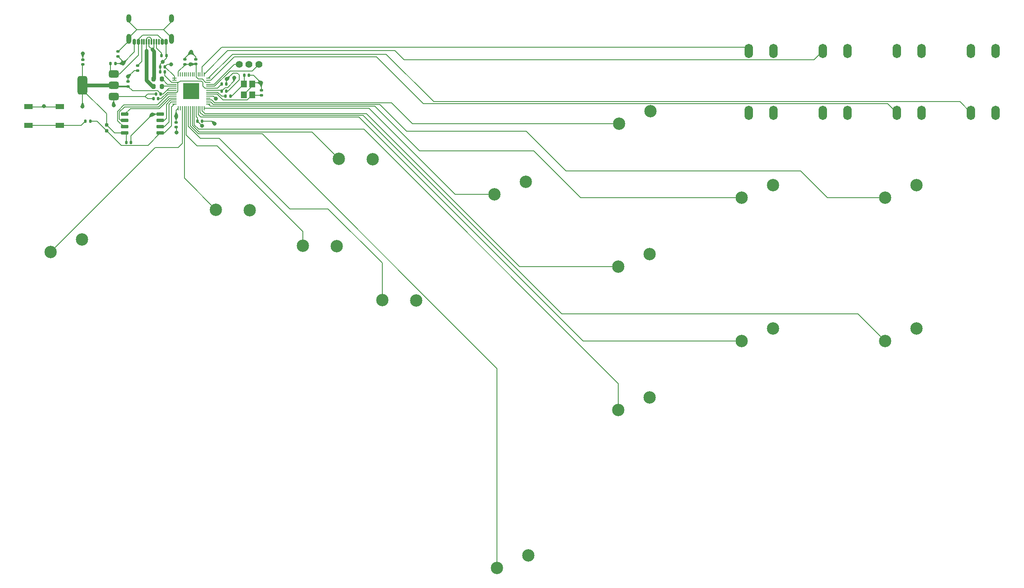
<source format=gbr>
%TF.GenerationSoftware,KiCad,Pcbnew,8.0.4*%
%TF.CreationDate,2024-07-22T23:57:25-07:00*%
%TF.ProjectId,leverless_controlller,6c657665-726c-4657-9373-5f636f6e7472,rev?*%
%TF.SameCoordinates,Original*%
%TF.FileFunction,Copper,L1,Top*%
%TF.FilePolarity,Positive*%
%FSLAX46Y46*%
G04 Gerber Fmt 4.6, Leading zero omitted, Abs format (unit mm)*
G04 Created by KiCad (PCBNEW 8.0.4) date 2024-07-22 23:57:25*
%MOMM*%
%LPD*%
G01*
G04 APERTURE LIST*
G04 Aperture macros list*
%AMRoundRect*
0 Rectangle with rounded corners*
0 $1 Rounding radius*
0 $2 $3 $4 $5 $6 $7 $8 $9 X,Y pos of 4 corners*
0 Add a 4 corners polygon primitive as box body*
4,1,4,$2,$3,$4,$5,$6,$7,$8,$9,$2,$3,0*
0 Add four circle primitives for the rounded corners*
1,1,$1+$1,$2,$3*
1,1,$1+$1,$4,$5*
1,1,$1+$1,$6,$7*
1,1,$1+$1,$8,$9*
0 Add four rect primitives between the rounded corners*
20,1,$1+$1,$2,$3,$4,$5,0*
20,1,$1+$1,$4,$5,$6,$7,0*
20,1,$1+$1,$6,$7,$8,$9,0*
20,1,$1+$1,$8,$9,$2,$3,0*%
G04 Aperture macros list end*
%TA.AperFunction,SMDPad,CuDef*%
%ADD10RoundRect,0.140000X-0.140000X-0.170000X0.140000X-0.170000X0.140000X0.170000X-0.140000X0.170000X0*%
%TD*%
%TA.AperFunction,ComponentPad*%
%ADD11C,2.500000*%
%TD*%
%TA.AperFunction,ComponentPad*%
%ADD12C,0.600000*%
%TD*%
%TA.AperFunction,SMDPad,CuDef*%
%ADD13R,1.200000X1.400000*%
%TD*%
%TA.AperFunction,SMDPad,CuDef*%
%ADD14RoundRect,0.140000X0.140000X0.170000X-0.140000X0.170000X-0.140000X-0.170000X0.140000X-0.170000X0*%
%TD*%
%TA.AperFunction,ComponentPad*%
%ADD15O,1.700000X2.900000*%
%TD*%
%TA.AperFunction,SMDPad,CuDef*%
%ADD16R,1.700000X1.000000*%
%TD*%
%TA.AperFunction,SMDPad,CuDef*%
%ADD17RoundRect,0.135000X0.135000X0.185000X-0.135000X0.185000X-0.135000X-0.185000X0.135000X-0.185000X0*%
%TD*%
%TA.AperFunction,SMDPad,CuDef*%
%ADD18RoundRect,0.140000X0.170000X-0.140000X0.170000X0.140000X-0.170000X0.140000X-0.170000X-0.140000X0*%
%TD*%
%TA.AperFunction,SMDPad,CuDef*%
%ADD19RoundRect,0.135000X-0.135000X-0.185000X0.135000X-0.185000X0.135000X0.185000X-0.135000X0.185000X0*%
%TD*%
%TA.AperFunction,SMDPad,CuDef*%
%ADD20RoundRect,0.135000X-0.185000X0.135000X-0.185000X-0.135000X0.185000X-0.135000X0.185000X0.135000X0*%
%TD*%
%TA.AperFunction,SMDPad,CuDef*%
%ADD21RoundRect,0.375000X0.625000X0.375000X-0.625000X0.375000X-0.625000X-0.375000X0.625000X-0.375000X0*%
%TD*%
%TA.AperFunction,SMDPad,CuDef*%
%ADD22RoundRect,0.500000X0.500000X1.400000X-0.500000X1.400000X-0.500000X-1.400000X0.500000X-1.400000X0*%
%TD*%
%TA.AperFunction,ComponentPad*%
%ADD23C,1.400000*%
%TD*%
%TA.AperFunction,SMDPad,CuDef*%
%ADD24RoundRect,0.140000X-0.170000X0.140000X-0.170000X-0.140000X0.170000X-0.140000X0.170000X0.140000X0*%
%TD*%
%TA.AperFunction,SMDPad,CuDef*%
%ADD25RoundRect,0.200000X-0.200000X-0.275000X0.200000X-0.275000X0.200000X0.275000X-0.200000X0.275000X0*%
%TD*%
%TA.AperFunction,SMDPad,CuDef*%
%ADD26RoundRect,0.160000X-0.160000X0.197500X-0.160000X-0.197500X0.160000X-0.197500X0.160000X0.197500X0*%
%TD*%
%TA.AperFunction,SMDPad,CuDef*%
%ADD27RoundRect,0.050000X0.050000X-0.387500X0.050000X0.387500X-0.050000X0.387500X-0.050000X-0.387500X0*%
%TD*%
%TA.AperFunction,SMDPad,CuDef*%
%ADD28RoundRect,0.050000X0.387500X-0.050000X0.387500X0.050000X-0.387500X0.050000X-0.387500X-0.050000X0*%
%TD*%
%TA.AperFunction,HeatsinkPad*%
%ADD29R,3.200000X3.200000*%
%TD*%
%TA.AperFunction,SMDPad,CuDef*%
%ADD30RoundRect,0.150000X0.150000X0.420000X-0.150000X0.420000X-0.150000X-0.420000X0.150000X-0.420000X0*%
%TD*%
%TA.AperFunction,SMDPad,CuDef*%
%ADD31RoundRect,0.075000X0.075000X0.495000X-0.075000X0.495000X-0.075000X-0.495000X0.075000X-0.495000X0*%
%TD*%
%TA.AperFunction,ComponentPad*%
%ADD32O,1.000000X2.000000*%
%TD*%
%TA.AperFunction,ComponentPad*%
%ADD33O,1.000000X1.700000*%
%TD*%
%TA.AperFunction,SMDPad,CuDef*%
%ADD34RoundRect,0.150000X0.650000X0.150000X-0.650000X0.150000X-0.650000X-0.150000X0.650000X-0.150000X0*%
%TD*%
%TA.AperFunction,ViaPad*%
%ADD35C,0.800000*%
%TD*%
%TA.AperFunction,Conductor*%
%ADD36C,0.150000*%
%TD*%
%TA.AperFunction,Conductor*%
%ADD37C,0.200000*%
%TD*%
%TA.AperFunction,Conductor*%
%ADD38C,0.800000*%
%TD*%
%TA.AperFunction,Conductor*%
%ADD39C,0.300000*%
%TD*%
G04 APERTURE END LIST*
D10*
%TO.P,C1,1*%
%TO.N,VBUS*%
X68361000Y-31252000D03*
%TO.P,C1,2*%
%TO.N,GND*%
X69321000Y-31252000D03*
%TD*%
D11*
%TO.P,SW9_HK1,1,1*%
%TO.N,R2*%
X225093943Y-87460000D03*
%TO.P,SW9_HK1,2,2*%
%TO.N,GND*%
X231443943Y-84920000D03*
%TD*%
D12*
%TO.P,,57,GND*%
%TO.N,GND*%
X83700000Y-36840000D03*
%TD*%
D13*
%TO.P,Y1,1,1*%
%TO.N,/Main/XIN*%
X96996000Y-37630000D03*
%TO.P,Y1,2,2*%
%TO.N,GND*%
X96996000Y-35430000D03*
%TO.P,Y1,3,3*%
%TO.N,Net-(C4-Pad2)*%
X95296000Y-35430000D03*
%TO.P,Y1,4,4*%
%TO.N,GND*%
X95296000Y-37630000D03*
%TD*%
D14*
%TO.P,C9,1*%
%TO.N,+1V1*%
X77978750Y-38430000D03*
%TO.P,C9,2*%
%TO.N,GND*%
X77018750Y-38430000D03*
%TD*%
D12*
%TO.P,,57,GND*%
%TO.N,GND*%
X85732000Y-36840000D03*
%TD*%
D14*
%TO.P,C7,1*%
%TO.N,+3.3V*%
X79360000Y-31930000D03*
%TO.P,C7,2*%
%TO.N,GND*%
X78400000Y-31930000D03*
%TD*%
D15*
%TO.P,SW11_START1,1,1*%
%TO.N,S2*%
X197500000Y-41250000D03*
X197500000Y-28750000D03*
%TO.P,SW11_START1,2,2*%
%TO.N,GND*%
X202500000Y-41250000D03*
X202500000Y-28750000D03*
%TD*%
D10*
%TO.P,C8,1*%
%TO.N,+1V1*%
X90840000Y-35430000D03*
%TO.P,C8,2*%
%TO.N,GND*%
X91800000Y-35430000D03*
%TD*%
D16*
%TO.P,SW1,1,1*%
%TO.N,GND*%
X51755000Y-40030000D03*
X58055000Y-40030000D03*
%TO.P,SW1,2,2*%
%TO.N,Net-(R5-Pad1)*%
X51755000Y-43830000D03*
X58055000Y-43830000D03*
%TD*%
D12*
%TO.P,,57,GND*%
%TO.N,GND*%
X85732000Y-35824000D03*
%TD*%
%TO.P,,57,GND*%
%TO.N,GND*%
X85732000Y-37856000D03*
%TD*%
D17*
%TO.P,R4,1*%
%TO.N,Net-(C4-Pad2)*%
X92590000Y-37856000D03*
%TO.P,R4,2*%
%TO.N,/Main/XOUT*%
X91570000Y-37856000D03*
%TD*%
D18*
%TO.P,C15,1*%
%TO.N,+3.3V*%
X85630000Y-31390000D03*
%TO.P,C15,2*%
%TO.N,GND*%
X85630000Y-30430000D03*
%TD*%
D19*
%TO.P,R5,1*%
%TO.N,Net-(R5-Pad1)*%
X63251000Y-42936000D03*
%TO.P,R5,2*%
%TO.N,/Main/QSPI_SS*%
X64271000Y-42936000D03*
%TD*%
D20*
%TO.P,R2,1*%
%TO.N,Net-(J1-CC2)*%
X73822000Y-31668000D03*
%TO.P,R2,2*%
%TO.N,GND*%
X73822000Y-32688000D03*
%TD*%
D11*
%TO.P,SW20_RIGHT1,1,1*%
%TO.N,RIGHT*%
X123355978Y-79195322D03*
%TO.P,SW20_RIGHT1,2,2*%
%TO.N,GND*%
X130194629Y-79278708D03*
%TD*%
%TO.P,SW18_DOWN1,1,1*%
%TO.N,DOWN*%
X107286807Y-68209684D03*
%TO.P,SW18_DOWN1,2,2*%
%TO.N,GND*%
X114125458Y-68293070D03*
%TD*%
D21*
%TO.P,U2,1,GND*%
%TO.N,GND*%
X68972000Y-37978000D03*
%TO.P,U2,2,VO*%
%TO.N,+3.3V*%
X68972000Y-35678000D03*
D22*
X62672000Y-35678000D03*
D21*
%TO.P,U2,3,VI*%
%TO.N,VBUS*%
X68972000Y-33378000D03*
%TD*%
D23*
%TO.P,J2,1,Pin_1*%
%TO.N,/Main/SWCLK*%
X98380000Y-31430000D03*
%TO.P,J2,2,Pin_2*%
%TO.N,GND*%
X96380000Y-31430000D03*
%TO.P,J2,3,Pin_3*%
%TO.N,/Main/SWDIO*%
X94380000Y-31430000D03*
%TD*%
D11*
%TO.P,SW17_W1,1,1*%
%TO.N,W*%
X114576926Y-50609779D03*
%TO.P,SW17_W1,2,2*%
%TO.N,GND*%
X121415577Y-50693165D03*
%TD*%
D18*
%TO.P,C16,1*%
%TO.N,+3.3V*%
X83380000Y-31410000D03*
%TO.P,C16,2*%
%TO.N,GND*%
X83380000Y-30450000D03*
%TD*%
D11*
%TO.P,SW3_MK1,1,1*%
%TO.N,B2*%
X196093943Y-87460000D03*
%TO.P,SW3_MK1,2,2*%
%TO.N,GND*%
X202443943Y-84920000D03*
%TD*%
D14*
%TO.P,C10,1*%
%TO.N,+3.3V*%
X78478750Y-37430000D03*
%TO.P,C10,2*%
%TO.N,GND*%
X77518750Y-37430000D03*
%TD*%
D18*
%TO.P,C2,1*%
%TO.N,+3.3V*%
X62745000Y-31478000D03*
%TO.P,C2,2*%
%TO.N,GND*%
X62745000Y-30518000D03*
%TD*%
D14*
%TO.P,C6,1*%
%TO.N,+1V1*%
X79360000Y-32930000D03*
%TO.P,C6,2*%
%TO.N,GND*%
X78400000Y-32930000D03*
%TD*%
D24*
%TO.P,C12,1*%
%TO.N,+3.3V*%
X81630000Y-43200000D03*
%TO.P,C12,2*%
%TO.N,GND*%
X81630000Y-44160000D03*
%TD*%
D11*
%TO.P,SW2_LK1,1,1*%
%TO.N,B1*%
X171093943Y-101460000D03*
%TO.P,SW2_LK1,2,2*%
%TO.N,GND*%
X177443943Y-98920000D03*
%TD*%
%TO.P,SW8_DP1,1,1*%
%TO.N,L2*%
X56190000Y-69451696D03*
%TO.P,SW8_DP1,2,2*%
%TO.N,GND*%
X62540000Y-66911696D03*
%TD*%
%TO.P,SW12_THROW1,2,2*%
%TO.N,GND*%
X152420000Y-55250000D03*
%TO.P,SW12_THROW1,1,1*%
%TO.N,L3*%
X146070000Y-57790000D03*
%TD*%
D24*
%TO.P,C3,1*%
%TO.N,GND*%
X98852000Y-36728000D03*
%TO.P,C3,2*%
%TO.N,/Main/XIN*%
X98852000Y-37688000D03*
%TD*%
D12*
%TO.P,,57,GND*%
%TO.N,GND*%
X84716000Y-37856000D03*
%TD*%
D25*
%TO.P,R7,1*%
%TO.N,/Main/D-*%
X77055000Y-34430000D03*
%TO.P,R7,2*%
%TO.N,Net-(U1-USB_DM)*%
X78705000Y-34430000D03*
%TD*%
D12*
%TO.P,,57,GND*%
%TO.N,GND*%
X84716000Y-35824000D03*
%TD*%
D26*
%TO.P,R6,1*%
%TO.N,+3.3V*%
X67571000Y-43735500D03*
%TO.P,R6,2*%
%TO.N,/Main/QSPI_SS*%
X67571000Y-44930500D03*
%TD*%
D12*
%TO.P,,57,GND*%
%TO.N,GND*%
X84716000Y-36840000D03*
%TD*%
D10*
%TO.P,C5,1*%
%TO.N,+3.3V*%
X71536000Y-47254000D03*
%TO.P,C5,2*%
%TO.N,GND*%
X72496000Y-47254000D03*
%TD*%
%TO.P,C13,1*%
%TO.N,+3.3V*%
X85900000Y-42930000D03*
%TO.P,C13,2*%
%TO.N,GND*%
X86860000Y-42930000D03*
%TD*%
D27*
%TO.P,U1,1,IOVDD*%
%TO.N,+3.3V*%
X82078000Y-40315500D03*
%TO.P,U1,2,GPIO0*%
%TO.N,unconnected-(U1-GPIO0-Pad2)*%
X82478000Y-40315500D03*
%TO.P,U1,3,GPIO1*%
%TO.N,L2*%
X82878000Y-40315500D03*
%TO.P,U1,4,GPIO2*%
%TO.N,LEFT*%
X83278000Y-40315500D03*
%TO.P,U1,5,GPIO3*%
%TO.N,DOWN*%
X83678000Y-40315500D03*
%TO.P,U1,6,GPIO4*%
%TO.N,RIGHT*%
X84078000Y-40315500D03*
%TO.P,U1,7,GPIO5*%
%TO.N,SPACE*%
X84478000Y-40315500D03*
%TO.P,U1,8,GPIO6*%
%TO.N,W*%
X84878000Y-40315500D03*
%TO.P,U1,9,GPIO7*%
%TO.N,B1*%
X85278000Y-40315500D03*
%TO.P,U1,10,IOVDD*%
%TO.N,+3.3V*%
X85678000Y-40315500D03*
%TO.P,U1,11,GPIO8*%
%TO.N,B2*%
X86078000Y-40315500D03*
%TO.P,U1,12,GPIO9*%
%TO.N,R2*%
X86478000Y-40315500D03*
%TO.P,U1,13,GPIO10*%
%TO.N,B3*%
X86878000Y-40315500D03*
%TO.P,U1,14,GPIO11*%
%TO.N,L3*%
X87278000Y-40315500D03*
D28*
%TO.P,U1,15,GPIO12*%
%TO.N,B4*%
X88115500Y-39478000D03*
%TO.P,U1,16,GPIO13*%
%TO.N,R1*%
X88115500Y-39078000D03*
%TO.P,U1,17,GPIO14*%
%TO.N,L1*%
X88115500Y-38678000D03*
%TO.P,U1,18,GPIO15*%
%TO.N,unconnected-(U1-GPIO15-Pad18)*%
X88115500Y-38278000D03*
%TO.P,U1,19,TESTEN*%
%TO.N,GND*%
X88115500Y-37878000D03*
%TO.P,U1,20,XIN*%
%TO.N,/Main/XIN*%
X88115500Y-37478000D03*
%TO.P,U1,21,XOUT*%
%TO.N,/Main/XOUT*%
X88115500Y-37078000D03*
%TO.P,U1,22,IOVDD*%
%TO.N,+3.3V*%
X88115500Y-36678000D03*
%TO.P,U1,23,DVDD*%
%TO.N,+1V1*%
X88115500Y-36278000D03*
%TO.P,U1,24,SWCLK*%
%TO.N,/Main/SWCLK*%
X88115500Y-35878000D03*
%TO.P,U1,25,SWD*%
%TO.N,/Main/SWDIO*%
X88115500Y-35478000D03*
%TO.P,U1,26,RUN*%
%TO.N,+3.3V*%
X88115500Y-35078000D03*
%TO.P,U1,27,GPIO16*%
%TO.N,A1*%
X88115500Y-34678000D03*
%TO.P,U1,28,GPIO17*%
%TO.N,A2*%
X88115500Y-34278000D03*
D27*
%TO.P,U1,29,GPIO18*%
%TO.N,S1*%
X87278000Y-33440500D03*
%TO.P,U1,30,GPIO19*%
%TO.N,S2*%
X86878000Y-33440500D03*
%TO.P,U1,31,GPIO20*%
%TO.N,unconnected-(U1-GPIO20-Pad31)*%
X86478000Y-33440500D03*
%TO.P,U1,32,GPIO21*%
%TO.N,unconnected-(U1-GPIO21-Pad32)*%
X86078000Y-33440500D03*
%TO.P,U1,33,IOVDD*%
%TO.N,+3.3V*%
X85678000Y-33440500D03*
%TO.P,U1,34,GPIO22*%
%TO.N,unconnected-(U1-GPIO22-Pad34)*%
X85278000Y-33440500D03*
%TO.P,U1,35,GPIO23*%
%TO.N,unconnected-(U1-GPIO23-Pad35)*%
X84878000Y-33440500D03*
%TO.P,U1,36,GPIO24*%
%TO.N,unconnected-(U1-GPIO24-Pad36)*%
X84478000Y-33440500D03*
%TO.P,U1,37,GPIO25*%
%TO.N,unconnected-(U1-GPIO25-Pad37)*%
X84078000Y-33440500D03*
%TO.P,U1,38,GPIO26_ADC0*%
%TO.N,unconnected-(U1-GPIO26_ADC0-Pad38)*%
X83678000Y-33440500D03*
%TO.P,U1,39,GPIO27_ADC1*%
%TO.N,unconnected-(U1-GPIO27_ADC1-Pad39)*%
X83278000Y-33440500D03*
%TO.P,U1,40,GPIO28_ADC2*%
%TO.N,unconnected-(U1-GPIO28_ADC2-Pad40)*%
X82878000Y-33440500D03*
%TO.P,U1,41,GPIO29_ADC3*%
%TO.N,unconnected-(U1-GPIO29_ADC3-Pad41)*%
X82478000Y-33440500D03*
%TO.P,U1,42,IOVDD*%
%TO.N,+3.3V*%
X82078000Y-33440500D03*
D28*
%TO.P,U1,43,ADC_AVDD*%
X81240500Y-34278000D03*
%TO.P,U1,44,VREG_IN*%
X81240500Y-34678000D03*
%TO.P,U1,45,VREG_VOUT*%
%TO.N,+1V1*%
X81240500Y-35078000D03*
%TO.P,U1,46,USB_DM*%
%TO.N,Net-(U1-USB_DM)*%
X81240500Y-35478000D03*
%TO.P,U1,47,USB_DP*%
%TO.N,Net-(U1-USB_DP)*%
X81240500Y-35878000D03*
%TO.P,U1,48,USB_VDD*%
%TO.N,+3.3V*%
X81240500Y-36278000D03*
%TO.P,U1,49,IOVDD*%
X81240500Y-36678000D03*
%TO.P,U1,50,DVDD*%
%TO.N,+1V1*%
X81240500Y-37078000D03*
%TO.P,U1,51,QSPI_SD3*%
%TO.N,/Main/QSPI_SD3*%
X81240500Y-37478000D03*
%TO.P,U1,52,QSPI_SCLK*%
%TO.N,/Main/QSPI_SCLK*%
X81240500Y-37878000D03*
%TO.P,U1,53,QSPI_SD0*%
%TO.N,/Main/QSPI_SD0*%
X81240500Y-38278000D03*
%TO.P,U1,54,QSPI_SD2*%
%TO.N,/Main/QSPI_SD2*%
X81240500Y-38678000D03*
%TO.P,U1,55,QSPI_SD1*%
%TO.N,/Main/QSPI_SD1*%
X81240500Y-39078000D03*
%TO.P,U1,56,QSPI_SS*%
%TO.N,/Main/QSPI_SS*%
X81240500Y-39478000D03*
D29*
%TO.P,U1,57,GND*%
%TO.N,GND*%
X84678000Y-36878000D03*
%TD*%
D30*
%TO.P,J1,A1,GND*%
%TO.N,GND*%
X79580000Y-26865000D03*
%TO.P,J1,A4,VBUS*%
%TO.N,VBUS*%
X78780000Y-26865000D03*
D31*
%TO.P,J1,A5,CC1*%
%TO.N,Net-(J1-CC1)*%
X77630000Y-26865000D03*
%TO.P,J1,A6,D+*%
%TO.N,/Main/D+*%
X76630000Y-26865000D03*
%TO.P,J1,A7,D-*%
%TO.N,/Main/D-*%
X76130000Y-26865000D03*
%TO.P,J1,A8,SBU1*%
%TO.N,unconnected-(J1-SBU1-PadA8)*%
X75130000Y-26865000D03*
D30*
%TO.P,J1,A9,VBUS*%
%TO.N,VBUS*%
X73980000Y-26865000D03*
%TO.P,J1,A12,GND*%
%TO.N,GND*%
X73180000Y-26865000D03*
%TO.P,J1,B1,GND*%
X73180000Y-26865000D03*
%TO.P,J1,B4,VBUS*%
%TO.N,VBUS*%
X73980000Y-26865000D03*
D31*
%TO.P,J1,B5,CC2*%
%TO.N,Net-(J1-CC2)*%
X74630000Y-26865000D03*
%TO.P,J1,B6,D+*%
%TO.N,/Main/D+*%
X75630000Y-26865000D03*
%TO.P,J1,B7,D-*%
%TO.N,/Main/D-*%
X77130000Y-26865000D03*
%TO.P,J1,B8,SBU2*%
%TO.N,unconnected-(J1-SBU2-PadB8)*%
X78130000Y-26865000D03*
D30*
%TO.P,J1,B9,VBUS*%
%TO.N,VBUS*%
X78780000Y-26865000D03*
%TO.P,J1,B12,GND*%
%TO.N,GND*%
X79580000Y-26865000D03*
D32*
%TO.P,J1,S1,SHIELD*%
%TO.N,Net-(J1-SHIELD)*%
X80700000Y-26295000D03*
D33*
X80700000Y-22100000D03*
D32*
X72060000Y-26295000D03*
D33*
X72060000Y-22100000D03*
%TD*%
D10*
%TO.P,C14,1*%
%TO.N,+3.3V*%
X90840000Y-36840000D03*
%TO.P,C14,2*%
%TO.N,GND*%
X91800000Y-36840000D03*
%TD*%
D11*
%TO.P,SW5_MP1,1,1*%
%TO.N,B4*%
X196093943Y-58460000D03*
%TO.P,SW5_MP1,2,2*%
%TO.N,GND*%
X202443943Y-55920000D03*
%TD*%
%TO.P,SW6_DI1,1,1*%
%TO.N,L1*%
X171274257Y-43460561D03*
%TO.P,SW6_DI1,2,2*%
%TO.N,GND*%
X177624257Y-40920561D03*
%TD*%
D19*
%TO.P,R3,1*%
%TO.N,Net-(J1-CC1)*%
X78620000Y-29680000D03*
%TO.P,R3,2*%
%TO.N,GND*%
X79640000Y-29680000D03*
%TD*%
D11*
%TO.P,SW19_LEFT1,1,1*%
%TO.N,LEFT*%
X89686902Y-60919565D03*
%TO.P,SW19_LEFT1,2,2*%
%TO.N,GND*%
X96525553Y-61002951D03*
%TD*%
D25*
%TO.P,R8,1*%
%TO.N,/Main/D+*%
X77055000Y-35930000D03*
%TO.P,R8,2*%
%TO.N,Net-(U1-USB_DP)*%
X78705000Y-35930000D03*
%TD*%
D11*
%TO.P,SW4_LP1,1,1*%
%TO.N,B3*%
X171093943Y-72460000D03*
%TO.P,SW4_LP1,2,2*%
%TO.N,GND*%
X177443943Y-69920000D03*
%TD*%
D34*
%TO.P,U3,1,~{CS}*%
%TO.N,/Main/QSPI_SS*%
X78410000Y-45349000D03*
%TO.P,U3,2,DO(IO1)*%
%TO.N,/Main/QSPI_SD1*%
X78410000Y-44079000D03*
%TO.P,U3,3,IO2*%
%TO.N,/Main/QSPI_SD2*%
X78410000Y-42809000D03*
%TO.P,U3,4,GND*%
%TO.N,GND*%
X78410000Y-41539000D03*
%TO.P,U3,5,DI(IO0)*%
%TO.N,/Main/QSPI_SD0*%
X71210000Y-41539000D03*
%TO.P,U3,6,CLK*%
%TO.N,/Main/QSPI_SCLK*%
X71210000Y-42809000D03*
%TO.P,U3,7,IO3*%
%TO.N,/Main/QSPI_SD3*%
X71210000Y-44079000D03*
%TO.P,U3,8,VCC*%
%TO.N,+3.3V*%
X71210000Y-45349000D03*
%TD*%
D11*
%TO.P,SW7_HP1,1,1*%
%TO.N,R1*%
X225093943Y-58460000D03*
%TO.P,SW7_HP1,2,2*%
%TO.N,GND*%
X231443943Y-55920000D03*
%TD*%
%TO.P,SW16_SPACE1,1,1*%
%TO.N,SPACE*%
X146594094Y-133445876D03*
%TO.P,SW16_SPACE1,2,2*%
%TO.N,GND*%
X152944094Y-130905876D03*
%TD*%
D15*
%TO.P,SW10_SHARE1,1,1*%
%TO.N,S1*%
X212500000Y-41250000D03*
X212500000Y-28750000D03*
%TO.P,SW10_SHARE1,2,2*%
%TO.N,GND*%
X217500000Y-41250000D03*
X217500000Y-28750000D03*
%TD*%
D12*
%TO.P,,57,GND*%
%TO.N,GND*%
X83700000Y-37856000D03*
%TD*%
D18*
%TO.P,C11,1*%
%TO.N,+3.3V*%
X71880000Y-35910000D03*
%TO.P,C11,2*%
%TO.N,GND*%
X71880000Y-34950000D03*
%TD*%
D12*
%TO.P,,57,GND*%
%TO.N,GND*%
X83700000Y-35824000D03*
%TD*%
D14*
%TO.P,C4,1*%
%TO.N,GND*%
X96360000Y-33680000D03*
%TO.P,C4,2*%
%TO.N,Net-(C4-Pad2)*%
X95400000Y-33680000D03*
%TD*%
D15*
%TO.P,SW15_TOUCHPAD1,1,1*%
%TO.N,A2*%
X242500000Y-41250000D03*
X242500000Y-28750000D03*
%TO.P,SW15_TOUCHPAD1,2,2*%
%TO.N,GND*%
X247500000Y-41250000D03*
X247500000Y-28750000D03*
%TD*%
D20*
%TO.P,R1,1*%
%TO.N,Net-(J1-SHIELD)*%
X69857000Y-28837000D03*
%TO.P,R1,2*%
%TO.N,GND*%
X69857000Y-29857000D03*
%TD*%
D15*
%TO.P,SW14_PS1,1,1*%
%TO.N,A1*%
X227500000Y-41250000D03*
X227500000Y-28750000D03*
%TO.P,SW14_PS1,2,2*%
%TO.N,GND*%
X232500000Y-41250000D03*
X232500000Y-28750000D03*
%TD*%
D35*
%TO.N,GND*%
X89380000Y-43430000D03*
X84630000Y-28930000D03*
X76778500Y-41602500D03*
X71880000Y-33930000D03*
X81668000Y-45222000D03*
X70873000Y-31252000D03*
X89669000Y-38364000D03*
X91880000Y-34430000D03*
X62745000Y-29220000D03*
X54880000Y-39930000D03*
X78880000Y-30930000D03*
X68968000Y-39761000D03*
X98813000Y-35189000D03*
%TO.N,+3.3V*%
X62672000Y-40015000D03*
X84480000Y-31430000D03*
X81630000Y-41930000D03*
X93380000Y-34180000D03*
X80630000Y-31430000D03*
X86880000Y-43930000D03*
%TD*%
D36*
%TO.N,S1*%
X92038500Y-28680000D02*
X87278000Y-33440500D01*
X127750000Y-30500000D02*
X125930000Y-28680000D01*
X210750000Y-30500000D02*
X127750000Y-30500000D01*
X125930000Y-28680000D02*
X92038500Y-28680000D01*
X212500000Y-28750000D02*
X210750000Y-30500000D01*
%TO.N,A2*%
X133750000Y-39000000D02*
X240250000Y-39000000D01*
X124130000Y-29380000D02*
X133750000Y-39000000D01*
X240250000Y-39000000D02*
X242500000Y-41250000D01*
X93013500Y-29380000D02*
X124130000Y-29380000D01*
X88115500Y-34278000D02*
X93013500Y-29380000D01*
%TO.N,S2*%
X86878000Y-31932000D02*
X86878000Y-33440500D01*
X90810000Y-28000000D02*
X86878000Y-31932000D01*
X196750000Y-28000000D02*
X90810000Y-28000000D01*
X197500000Y-28750000D02*
X196750000Y-28000000D01*
%TO.N,A1*%
X131645561Y-39395561D02*
X131625000Y-39375000D01*
X227500000Y-41250000D02*
X225645561Y-39395561D01*
X225645561Y-39395561D02*
X131645561Y-39395561D01*
X131625000Y-39375000D02*
X122180000Y-29930000D01*
%TO.N,L1*%
X88840000Y-38678000D02*
X88115500Y-38678000D01*
X89392000Y-39230000D02*
X88840000Y-38678000D01*
X125230000Y-39230000D02*
X89392000Y-39230000D01*
X129460561Y-43460561D02*
X125230000Y-39230000D01*
X171274257Y-43460561D02*
X129460561Y-43460561D01*
%TO.N,R1*%
X88614006Y-39078000D02*
X88115500Y-39078000D01*
X128300000Y-45000000D02*
X122880000Y-39580000D01*
X152500000Y-45000000D02*
X128300000Y-45000000D01*
X160500000Y-53000000D02*
X152500000Y-45000000D01*
X208000000Y-53000000D02*
X160500000Y-53000000D01*
X122880000Y-39580000D02*
X89116006Y-39580000D01*
X89116006Y-39580000D02*
X88614006Y-39078000D01*
X225093943Y-58460000D02*
X213460000Y-58460000D01*
X213460000Y-58460000D02*
X208000000Y-53000000D01*
%TO.N,B4*%
X88567500Y-39930000D02*
X88115500Y-39478000D01*
X130900000Y-49000000D02*
X121830000Y-39930000D01*
X154000000Y-49000000D02*
X130900000Y-49000000D01*
X163460000Y-58460000D02*
X154000000Y-49000000D01*
X121830000Y-39930000D02*
X88567500Y-39930000D01*
X196093943Y-58460000D02*
X163460000Y-58460000D01*
%TO.N,B3*%
X151160000Y-72460000D02*
X171093943Y-72460000D01*
X120130000Y-41430000D02*
X151160000Y-72460000D01*
%TO.N,L3*%
X138090000Y-57790000D02*
X120615500Y-40315500D01*
X146070000Y-57790000D02*
X138090000Y-57790000D01*
%TO.N,B1*%
X171093943Y-96093943D02*
X171093943Y-101460000D01*
X86158672Y-44605000D02*
X119605000Y-44605000D01*
X85278000Y-43724328D02*
X86158672Y-44605000D01*
X85278000Y-40315500D02*
X85278000Y-43724328D01*
X119605000Y-44605000D02*
X171093943Y-96093943D01*
%TO.N,B3*%
X120000000Y-41430000D02*
X87493994Y-41430000D01*
X120130000Y-41430000D02*
X120000000Y-41430000D01*
%TO.N,R2*%
X219633943Y-82000000D02*
X225093943Y-87460000D01*
X119480000Y-41780000D02*
X159700000Y-82000000D01*
X87086997Y-41780000D02*
X119480000Y-41780000D01*
X86478000Y-41171003D02*
X87086997Y-41780000D01*
X86478000Y-40315500D02*
X86478000Y-41171003D01*
X159700000Y-82000000D02*
X219633943Y-82000000D01*
%TO.N,B2*%
X118630000Y-42130000D02*
X163960000Y-87460000D01*
X163960000Y-87460000D02*
X196093943Y-87460000D01*
X86580000Y-42130000D02*
X118630000Y-42130000D01*
X86078000Y-41628000D02*
X86580000Y-42130000D01*
X86078000Y-40315500D02*
X86078000Y-41628000D01*
%TO.N,W*%
X84878000Y-43819302D02*
X86248477Y-45189779D01*
X109156926Y-45189779D02*
X114576926Y-50609779D01*
X84878000Y-40315500D02*
X84878000Y-43819302D01*
X86248477Y-45189779D02*
X109156926Y-45189779D01*
%TO.N,SPACE*%
X99039779Y-45539779D02*
X146594094Y-93094094D01*
X86103503Y-45539779D02*
X99039779Y-45539779D01*
X146594094Y-93094094D02*
X146594094Y-133445876D01*
X84478000Y-43914276D02*
X86103503Y-45539779D01*
X84478000Y-40315500D02*
X84478000Y-43914276D01*
%TO.N,RIGHT*%
X123355978Y-71680978D02*
X123355978Y-79195322D01*
X104600000Y-60700000D02*
X112375000Y-60700000D01*
X90330000Y-46430000D02*
X104600000Y-60700000D01*
X86498750Y-46430000D02*
X90330000Y-46430000D01*
X84078000Y-44009250D02*
X86498750Y-46430000D01*
X84078000Y-40315500D02*
X84078000Y-44009250D01*
X112375000Y-60700000D02*
X123355978Y-71680978D01*
%TO.N,DOWN*%
X89935025Y-47930000D02*
X107286807Y-65281782D01*
X83678000Y-45728000D02*
X85880000Y-47930000D01*
X85880000Y-47930000D02*
X89935025Y-47930000D01*
X83678000Y-40315500D02*
X83678000Y-45728000D01*
X107286807Y-65281782D02*
X107286807Y-68209684D01*
%TO.N,LEFT*%
X83278000Y-54510663D02*
X83278000Y-40315500D01*
X89686902Y-60919565D02*
X83278000Y-54510663D01*
D37*
%TO.N,VBUS*%
X68361000Y-32767000D02*
X68972000Y-33378000D01*
X68361000Y-31252000D02*
X68361000Y-32767000D01*
X78362410Y-25985000D02*
X78353750Y-25985000D01*
X73980000Y-26398750D02*
X73980000Y-26860000D01*
X69302000Y-33048000D02*
X68972000Y-33378000D01*
X70172000Y-33378000D02*
X73980000Y-29570000D01*
X78780000Y-26402590D02*
X78362410Y-25985000D01*
X78780000Y-26860000D02*
X78780000Y-26402590D01*
X68972000Y-33378000D02*
X70172000Y-33378000D01*
X78353750Y-25985000D02*
X77898750Y-25530000D01*
X73980000Y-29570000D02*
X73980000Y-27400000D01*
X77898750Y-25530000D02*
X74848750Y-25530000D01*
X74848750Y-25530000D02*
X73980000Y-26398750D01*
%TO.N,GND*%
X78400000Y-31930000D02*
X78400000Y-31410000D01*
X79580000Y-27400000D02*
X79580000Y-29370000D01*
X91800000Y-36840000D02*
X92079999Y-36840000D01*
X81668000Y-44198000D02*
X81630000Y-44160000D01*
X95296000Y-37630000D02*
X95296000Y-37530000D01*
X84630000Y-28930000D02*
X83380000Y-30180000D01*
X68968000Y-39761000D02*
X68968000Y-37982000D01*
X86860000Y-42930000D02*
X88880000Y-42930000D01*
X95296000Y-37530000D02*
X96996000Y-35830000D01*
X70873000Y-30873000D02*
X69857000Y-29857000D01*
X91800000Y-34510000D02*
X91880000Y-34430000D01*
X95296000Y-37630000D02*
X95296000Y-37730000D01*
X71880000Y-33930000D02*
X71880000Y-34950000D01*
X69020000Y-37930000D02*
X68972000Y-37978000D01*
X98852000Y-35228000D02*
X98813000Y-35189000D01*
X68968000Y-37982000D02*
X68972000Y-37978000D01*
X88115500Y-37878000D02*
X89183000Y-37878000D01*
X79640000Y-29680000D02*
X79640000Y-30170000D01*
X94007975Y-33188000D02*
X93122000Y-33188000D01*
X76778500Y-41602500D02*
X76842000Y-41539000D01*
X85630000Y-30430000D02*
X85630000Y-29930000D01*
D36*
X54880000Y-39930000D02*
X55005000Y-40055000D01*
D37*
X91800000Y-35430000D02*
X91800000Y-34510000D01*
X97304000Y-33680000D02*
X96360000Y-33680000D01*
X89183000Y-37878000D02*
X89669000Y-38364000D01*
X78400000Y-31410000D02*
X78880000Y-30930000D01*
X75880000Y-37430000D02*
X75380000Y-37930000D01*
X62905000Y-30678000D02*
X62745000Y-30518000D01*
D38*
X84640000Y-36840000D02*
X84678000Y-36878000D01*
D37*
X79640000Y-30170000D02*
X78880000Y-30930000D01*
X92079999Y-36840000D02*
X94380000Y-34539999D01*
X77518750Y-37430000D02*
X75880000Y-37430000D01*
X70873000Y-31252000D02*
X70873000Y-30873000D01*
X78400000Y-32930000D02*
X78400000Y-31930000D01*
X71880000Y-33930000D02*
X73122000Y-32688000D01*
X62745000Y-29220000D02*
X62745000Y-30518000D01*
X97237000Y-35189000D02*
X96996000Y-35430000D01*
D36*
X54755000Y-40055000D02*
X54880000Y-39930000D01*
D37*
X75880000Y-38430000D02*
X75380000Y-37930000D01*
X98852000Y-36728000D02*
X98852000Y-35228000D01*
X75380000Y-37930000D02*
X69020000Y-37930000D01*
X88880000Y-42930000D02*
X89380000Y-43430000D01*
X77018750Y-38430000D02*
X75880000Y-38430000D01*
X96996000Y-35830000D02*
X96996000Y-35430000D01*
X81668000Y-45222000D02*
X81668000Y-44198000D01*
X94380000Y-33560025D02*
X94007975Y-33188000D01*
X83380000Y-30180000D02*
X83380000Y-30450000D01*
D36*
X51905000Y-40055000D02*
X54755000Y-40055000D01*
D37*
X73180000Y-28945000D02*
X73180000Y-27400000D01*
X70873000Y-31252000D02*
X69321000Y-31252000D01*
X98813000Y-35189000D02*
X97237000Y-35189000D01*
X94380000Y-34539999D02*
X94380000Y-33560025D01*
D36*
X55005000Y-40055000D02*
X57905000Y-40055000D01*
D37*
X76778500Y-41602500D02*
X72496000Y-45885000D01*
X93122000Y-33188000D02*
X91880000Y-34430000D01*
X70873000Y-31252000D02*
X73180000Y-28945000D01*
D38*
X84716000Y-36840000D02*
X84640000Y-36840000D01*
D37*
X85630000Y-29930000D02*
X84630000Y-28930000D01*
X72496000Y-45885000D02*
X72496000Y-47254000D01*
X76842000Y-41539000D02*
X78410000Y-41539000D01*
X98813000Y-35189000D02*
X97304000Y-33680000D01*
X79580000Y-29370000D02*
X79640000Y-29430000D01*
X73122000Y-32688000D02*
X73822000Y-32688000D01*
D38*
X84716000Y-36916000D02*
X84716000Y-36840000D01*
D37*
%TO.N,+3.3V*%
X81630000Y-42968000D02*
X81862000Y-43200000D01*
X84520000Y-31390000D02*
X85630000Y-31390000D01*
X87581640Y-35078000D02*
X88115500Y-35078000D01*
X91500000Y-36180000D02*
X90840000Y-36840000D01*
D38*
X62672000Y-35678000D02*
X68972000Y-35678000D01*
D37*
X69090000Y-35796000D02*
X68972000Y-35678000D01*
X62672000Y-40015000D02*
X62672000Y-35678000D01*
X86911640Y-34408000D02*
X87581640Y-35078000D01*
X62564000Y-35570000D02*
X62672000Y-35678000D01*
X82078000Y-32906640D02*
X82078000Y-33440500D01*
X84480000Y-31430000D02*
X84520000Y-31390000D01*
X90840000Y-36840000D02*
X90678000Y-36678000D01*
X80630000Y-31430000D02*
X79860000Y-31430000D01*
X93380000Y-34786134D02*
X91986134Y-36180000D01*
X67571000Y-43735500D02*
X69184500Y-45349000D01*
X77868750Y-36820000D02*
X72790000Y-36820000D01*
X81240500Y-36278000D02*
X80140000Y-36278000D01*
X83360000Y-31430000D02*
X83360000Y-31624640D01*
X81630000Y-41930000D02*
X81630000Y-42968000D01*
X81240500Y-34678000D02*
X81240500Y-34278000D01*
X69184500Y-45349000D02*
X71210000Y-45349000D01*
X67571000Y-43735500D02*
X67571000Y-41477000D01*
X85678000Y-33440500D02*
X85678000Y-33974360D01*
D39*
X69204000Y-35910000D02*
X68972000Y-35678000D01*
D37*
X80140000Y-36278000D02*
X79740000Y-36678000D01*
X78988000Y-37430000D02*
X79740000Y-36678000D01*
X69330000Y-35678000D02*
X68972000Y-35678000D01*
X71536000Y-45675000D02*
X71536000Y-47254000D01*
X71210000Y-45349000D02*
X71536000Y-45675000D01*
X93380000Y-34180000D02*
X93380000Y-34786134D01*
X79740000Y-36678000D02*
X81240500Y-36678000D01*
X81240500Y-34678000D02*
X81240500Y-33810500D01*
X79860000Y-31430000D02*
X79360000Y-31930000D01*
X81630000Y-41930000D02*
X81630000Y-40763500D01*
X85678000Y-31438000D02*
X85678000Y-33440500D01*
X62672000Y-35678000D02*
X62672000Y-31551000D01*
X86111640Y-34408000D02*
X86911640Y-34408000D01*
X72790000Y-36820000D02*
X71880000Y-35910000D01*
X62672000Y-31551000D02*
X62745000Y-31478000D01*
X86880000Y-43910000D02*
X85900000Y-42930000D01*
X67571000Y-41477000D02*
X62672000Y-36578000D01*
X86880000Y-43930000D02*
X86880000Y-43910000D01*
X83360000Y-31624640D02*
X82078000Y-32906640D01*
X85678000Y-42026000D02*
X85678000Y-40315500D01*
X78478750Y-37430000D02*
X77868750Y-36820000D01*
X91986134Y-36180000D02*
X91500000Y-36180000D01*
X85678000Y-33974360D02*
X86111640Y-34408000D01*
X85630000Y-31390000D02*
X85678000Y-31438000D01*
X78988000Y-37430000D02*
X78478750Y-37430000D01*
D39*
X71880000Y-35910000D02*
X69204000Y-35910000D01*
D37*
X81240500Y-33810500D02*
X79360000Y-31930000D01*
X85900000Y-42930000D02*
X85900000Y-42248000D01*
X62672000Y-36578000D02*
X62672000Y-35678000D01*
X81630000Y-40763500D02*
X82078000Y-40315500D01*
X90678000Y-36678000D02*
X88115500Y-36678000D01*
X85900000Y-42248000D02*
X85678000Y-42026000D01*
X84480000Y-31430000D02*
X83360000Y-31430000D01*
D36*
%TO.N,Net-(C4-Pad2)*%
X92870000Y-37856000D02*
X92590000Y-37856000D01*
X95296000Y-35430000D02*
X92870000Y-37856000D01*
X95400000Y-35326000D02*
X95296000Y-35430000D01*
X95400000Y-33930000D02*
X95400000Y-35326000D01*
D37*
%TO.N,Net-(J1-SHIELD)*%
X80700000Y-26280000D02*
X80700000Y-26030000D01*
X72060000Y-22830000D02*
X73660000Y-24430000D01*
X72060000Y-22100000D02*
X72060000Y-22830000D01*
X79100000Y-24430000D02*
X73660000Y-24430000D01*
X72060000Y-26030000D02*
X72060000Y-26280000D01*
X69857000Y-28837000D02*
X69918000Y-28837000D01*
X80700000Y-22100000D02*
X80700000Y-22830000D01*
X69918000Y-28837000D02*
X72060000Y-26695000D01*
X80700000Y-22830000D02*
X79100000Y-24430000D01*
X80700000Y-26030000D02*
X79100000Y-24430000D01*
X73660000Y-24430000D02*
X72060000Y-26030000D01*
%TO.N,Net-(J1-CC2)*%
X73822000Y-31668000D02*
X74630000Y-30860000D01*
X74630000Y-30860000D02*
X74630000Y-27400000D01*
D36*
%TO.N,Net-(J1-CC1)*%
X78620000Y-29680000D02*
X78620000Y-29170000D01*
X78620000Y-29170000D02*
X77630000Y-28180000D01*
X77630000Y-28180000D02*
X77630000Y-27400000D01*
D37*
%TO.N,+1V1*%
X81774360Y-37078000D02*
X81240500Y-37078000D01*
X81978000Y-36874360D02*
X81774360Y-37078000D01*
X79360000Y-33731360D02*
X79360000Y-32930000D01*
X81774360Y-35078000D02*
X81978000Y-35281640D01*
X79905686Y-37078000D02*
X81240500Y-37078000D01*
X81240500Y-35078000D02*
X81774360Y-35078000D01*
X81978000Y-35281640D02*
X81978000Y-36874360D01*
X87459640Y-36278000D02*
X88115500Y-36278000D01*
X87002000Y-35820360D02*
X87459640Y-36278000D01*
X86682000Y-34808000D02*
X87002000Y-35128000D01*
X78553686Y-38430000D02*
X77978750Y-38430000D01*
X89992000Y-36278000D02*
X90840000Y-35430000D01*
X78553686Y-38430000D02*
X79905686Y-37078000D01*
X81240500Y-35078000D02*
X80706640Y-35078000D01*
X82430000Y-34808000D02*
X86682000Y-34808000D01*
X80706640Y-35078000D02*
X79360000Y-33731360D01*
X82160000Y-35078000D02*
X82430000Y-34808000D01*
X88115500Y-36278000D02*
X89992000Y-36278000D01*
X81240500Y-35078000D02*
X82160000Y-35078000D01*
X87002000Y-35128000D02*
X87002000Y-35820360D01*
D36*
%TO.N,Net-(R5-Pad1)*%
X63245000Y-42930000D02*
X63251000Y-42936000D01*
X57905000Y-43805000D02*
X51905000Y-43805000D01*
X57905000Y-43805000D02*
X62382000Y-43805000D01*
X62382000Y-43805000D02*
X63251000Y-42936000D01*
D37*
%TO.N,Net-(U1-USB_DM)*%
X79840500Y-35478000D02*
X78792500Y-34430000D01*
X78792500Y-34430000D02*
X78705000Y-34430000D01*
X81240500Y-35478000D02*
X79840500Y-35478000D01*
%TO.N,Net-(U1-USB_DP)*%
X81240500Y-35878000D02*
X78757000Y-35878000D01*
X78757000Y-35878000D02*
X78705000Y-35930000D01*
D36*
%TO.N,/Main/XIN*%
X97180000Y-37630000D02*
X97238000Y-37688000D01*
X89937026Y-37478000D02*
X88115500Y-37478000D01*
X96996000Y-37630000D02*
X96021000Y-38605000D01*
X91064026Y-38605000D02*
X89937026Y-37478000D01*
X97238000Y-37688000D02*
X98852000Y-37688000D01*
X96021000Y-38605000D02*
X91064026Y-38605000D01*
X96996000Y-37630000D02*
X97180000Y-37630000D01*
%TO.N,/Main/XOUT*%
X90810000Y-37856000D02*
X90032000Y-37078000D01*
X90032000Y-37078000D02*
X88115500Y-37078000D01*
X91570000Y-37856000D02*
X90810000Y-37856000D01*
%TO.N,/Main/QSPI_SS*%
X64271000Y-42936000D02*
X65576500Y-42936000D01*
X65576500Y-42936000D02*
X67571000Y-44930500D01*
X70479500Y-47839000D02*
X75920000Y-47839000D01*
X78410000Y-45349000D02*
X79209999Y-45349000D01*
X80652000Y-40066500D02*
X81240500Y-39478000D01*
X80652000Y-43906999D02*
X80652000Y-40066500D01*
X79209999Y-45349000D02*
X80652000Y-43906999D01*
X67571000Y-44930500D02*
X70479500Y-47839000D01*
X75920000Y-47839000D02*
X78410000Y-45349000D01*
D37*
%TO.N,/Main/D-*%
X77130000Y-26880000D02*
X77130000Y-28078120D01*
X76778120Y-28430000D02*
X76130000Y-27781880D01*
X76130000Y-27781880D02*
X76130000Y-26880000D01*
X77130000Y-28078120D02*
X76778120Y-28430000D01*
D38*
X77130000Y-28781880D02*
X76778120Y-28430000D01*
X77055000Y-34430000D02*
X77130000Y-34355000D01*
X77130000Y-34355000D02*
X77130000Y-28781880D01*
D37*
%TO.N,/Main/D+*%
X76630000Y-26252590D02*
X76307410Y-25930000D01*
X75952590Y-25930000D02*
X75630000Y-26252590D01*
D38*
X75630000Y-34680000D02*
X75630000Y-28680000D01*
D37*
X75630000Y-26252590D02*
X75630000Y-28680000D01*
D38*
X76880000Y-35930000D02*
X75630000Y-34680000D01*
D37*
X76307410Y-25930000D02*
X75952590Y-25930000D01*
D38*
X77055000Y-35930000D02*
X76880000Y-35930000D01*
D37*
X76630000Y-26880000D02*
X76630000Y-26252590D01*
D36*
%TO.N,A1*%
X88614006Y-34678000D02*
X93362006Y-29930000D01*
X88115500Y-34678000D02*
X88614006Y-34678000D01*
X93362006Y-29930000D02*
X122180000Y-29930000D01*
%TO.N,B3*%
X86878000Y-40814006D02*
X86878000Y-40315500D01*
X87493994Y-41430000D02*
X86878000Y-40814006D01*
%TO.N,L2*%
X82040000Y-48270000D02*
X82878000Y-47432000D01*
X77371696Y-48270000D02*
X82040000Y-48270000D01*
X56190000Y-69451696D02*
X77371696Y-48270000D01*
X82878000Y-47432000D02*
X82878000Y-40315500D01*
%TO.N,/Main/SWCLK*%
X92497000Y-32813000D02*
X89432000Y-35878000D01*
X96997000Y-32813000D02*
X92497000Y-32813000D01*
X89432000Y-35878000D02*
X88115500Y-35878000D01*
X98380000Y-31430000D02*
X96997000Y-32813000D01*
%TO.N,/Main/SWDIO*%
X88115500Y-35478000D02*
X89337026Y-35478000D01*
X93385026Y-31430000D02*
X94380000Y-31430000D01*
X89337026Y-35478000D02*
X93385026Y-31430000D01*
%TO.N,L3*%
X87278000Y-40315500D02*
X120615500Y-40315500D01*
%TO.N,/Main/QSPI_SD3*%
X77818016Y-39696000D02*
X71065000Y-39696000D01*
X81240500Y-37478000D02*
X80036016Y-37478000D01*
X69785000Y-40976000D02*
X69785000Y-42864000D01*
X69785000Y-42864000D02*
X71000000Y-44079000D01*
X71000000Y-44079000D02*
X71210000Y-44079000D01*
X71065000Y-39696000D02*
X69785000Y-40976000D01*
X80036016Y-37478000D02*
X77818016Y-39696000D01*
%TO.N,/Main/QSPI_SCLK*%
X78075042Y-40046000D02*
X71223000Y-40046000D01*
X70410001Y-42809000D02*
X71210000Y-42809000D01*
X80243042Y-37878000D02*
X78075042Y-40046000D01*
X70135000Y-41134000D02*
X70135000Y-42533999D01*
X71223000Y-40046000D02*
X70135000Y-41134000D01*
X70135000Y-42533999D02*
X70410001Y-42809000D01*
X81240500Y-37878000D02*
X80243042Y-37878000D01*
%TO.N,/Main/QSPI_SD0*%
X80338016Y-38278000D02*
X81240500Y-38278000D01*
X78220016Y-40396000D02*
X80338016Y-38278000D01*
X71210000Y-41539000D02*
X72353000Y-40396000D01*
X72353000Y-40396000D02*
X78220016Y-40396000D01*
%TO.N,/Main/QSPI_SD2*%
X78410000Y-42809000D02*
X79209999Y-42809000D01*
X80534000Y-38678000D02*
X81240500Y-38678000D01*
X79209999Y-42809000D02*
X79630000Y-42388999D01*
X79630000Y-42388999D02*
X79630000Y-39582000D01*
X79630000Y-39582000D02*
X80534000Y-38678000D01*
%TO.N,/Main/QSPI_SD1*%
X80144000Y-39562974D02*
X80628974Y-39078000D01*
X79209999Y-44079000D02*
X80144000Y-43144999D01*
X78410000Y-44079000D02*
X79209999Y-44079000D01*
X80628974Y-39078000D02*
X81240500Y-39078000D01*
X80144000Y-43144999D02*
X80144000Y-39562974D01*
D37*
%TO.N,L1*%
X170811845Y-43460561D02*
X171274257Y-43460561D01*
%TD*%
%TA.AperFunction,Conductor*%
%TO.N,GND*%
G36*
X70724428Y-30893244D02*
G01*
X70872123Y-31247498D01*
X70872144Y-31256452D01*
X70872123Y-31256502D01*
X70724428Y-31610755D01*
X70718081Y-31617073D01*
X70709129Y-31617053D01*
X70080200Y-31354999D01*
X70073881Y-31348654D01*
X70073000Y-31344199D01*
X70073000Y-31159800D01*
X70076427Y-31151527D01*
X70080200Y-31149000D01*
X70709131Y-30886945D01*
X70718084Y-30886927D01*
X70724428Y-30893244D01*
G37*
%TD.AperFunction*%
%TD*%
%TA.AperFunction,Conductor*%
%TO.N,GND*%
G36*
X92376717Y-33796592D02*
G01*
X92380490Y-33799119D01*
X92510880Y-33929509D01*
X92514307Y-33937782D01*
X92513426Y-33942237D01*
X92254005Y-34572256D01*
X92247686Y-34578601D01*
X92238734Y-34578621D01*
X91883804Y-34432563D01*
X91877457Y-34426245D01*
X91877436Y-34426195D01*
X91731378Y-34071265D01*
X91731399Y-34062311D01*
X91737742Y-34055994D01*
X92367764Y-33796573D01*
X92376717Y-33796592D01*
G37*
%TD.AperFunction*%
%TD*%
%TA.AperFunction,Conductor*%
%TO.N,GND*%
G36*
X84626195Y-28927436D02*
G01*
X84632542Y-28933754D01*
X84632563Y-28933804D01*
X84778621Y-29288734D01*
X84778600Y-29297688D01*
X84772256Y-29304005D01*
X84142237Y-29563426D01*
X84133282Y-29563407D01*
X84129509Y-29560880D01*
X83999119Y-29430490D01*
X83995692Y-29422217D01*
X83996572Y-29417766D01*
X84255994Y-28787742D01*
X84262313Y-28781398D01*
X84271264Y-28781378D01*
X84626195Y-28927436D01*
G37*
%TD.AperFunction*%
%TD*%
%TA.AperFunction,Conductor*%
%TO.N,GND*%
G36*
X88802258Y-42834680D02*
G01*
X89520831Y-43056666D01*
X89527723Y-43062381D01*
X89528556Y-43071297D01*
X89528197Y-43072296D01*
X89382853Y-43425496D01*
X89376535Y-43431843D01*
X89376500Y-43431858D01*
X89021347Y-43578570D01*
X89012392Y-43578561D01*
X89006066Y-43572223D01*
X88787957Y-43032107D01*
X88787106Y-43027726D01*
X88787106Y-42845860D01*
X88790533Y-42837587D01*
X88798806Y-42834160D01*
X88802258Y-42834680D01*
G37*
%TD.AperFunction*%
%TD*%
%TA.AperFunction,Conductor*%
%TO.N,GND*%
G36*
X63103755Y-29368571D02*
G01*
X63110073Y-29374918D01*
X63110053Y-29383870D01*
X62848000Y-30012800D01*
X62841655Y-30019119D01*
X62837200Y-30020000D01*
X62652800Y-30020000D01*
X62644527Y-30016573D01*
X62642000Y-30012800D01*
X62379945Y-29383868D01*
X62379927Y-29374915D01*
X62386242Y-29368572D01*
X62740500Y-29220875D01*
X62749449Y-29220855D01*
X63103755Y-29368571D01*
G37*
%TD.AperFunction*%
%TD*%
%TA.AperFunction,Conductor*%
%TO.N,+3.3V*%
G36*
X81730473Y-41133427D02*
G01*
X81733000Y-41137200D01*
X81995053Y-41766129D01*
X81995072Y-41775084D01*
X81988755Y-41781428D01*
X81634502Y-41929123D01*
X81625548Y-41929144D01*
X81625498Y-41929123D01*
X81271244Y-41781428D01*
X81264926Y-41775081D01*
X81264945Y-41766131D01*
X81527000Y-41137199D01*
X81533345Y-41130881D01*
X81537800Y-41130000D01*
X81722200Y-41130000D01*
X81730473Y-41133427D01*
G37*
%TD.AperFunction*%
%TD*%
%TA.AperFunction,Conductor*%
%TO.N,+3.3V*%
G36*
X81988755Y-42078571D02*
G01*
X81995073Y-42084918D01*
X81995053Y-42093870D01*
X81733000Y-42722800D01*
X81726655Y-42729119D01*
X81722200Y-42730000D01*
X81537800Y-42730000D01*
X81529527Y-42726573D01*
X81527000Y-42722800D01*
X81264945Y-42093868D01*
X81264927Y-42084915D01*
X81271242Y-42078572D01*
X81625500Y-41930875D01*
X81634449Y-41930855D01*
X81988755Y-42078571D01*
G37*
%TD.AperFunction*%
%TD*%
%TA.AperFunction,Conductor*%
%TO.N,GND*%
G36*
X99170459Y-35337031D02*
G01*
X99172267Y-35337785D01*
X99178585Y-35344132D01*
X99178771Y-35352554D01*
X98954788Y-35973512D01*
X98948757Y-35980131D01*
X98943782Y-35981242D01*
X98759344Y-35981242D01*
X98751071Y-35977815D01*
X98748807Y-35974628D01*
X98448820Y-35353202D01*
X98448310Y-35344262D01*
X98454271Y-35337579D01*
X98454848Y-35337320D01*
X98808500Y-35189875D01*
X98817449Y-35189855D01*
X99170459Y-35337031D01*
G37*
%TD.AperFunction*%
%TD*%
%TA.AperFunction,Conductor*%
%TO.N,GND*%
G36*
X84997688Y-28781399D02*
G01*
X85004005Y-28787743D01*
X85263426Y-29417762D01*
X85263407Y-29426717D01*
X85260880Y-29430490D01*
X85130490Y-29560880D01*
X85122217Y-29564307D01*
X85117762Y-29563426D01*
X84487743Y-29304005D01*
X84481398Y-29297686D01*
X84481378Y-29288735D01*
X84627437Y-28933802D01*
X84633753Y-28927457D01*
X84988735Y-28781378D01*
X84997688Y-28781399D01*
G37*
%TD.AperFunction*%
%TD*%
%TA.AperFunction,Conductor*%
%TO.N,GND*%
G36*
X76774695Y-41599936D02*
G01*
X76781042Y-41606254D01*
X76781063Y-41606304D01*
X76927121Y-41961234D01*
X76927100Y-41970188D01*
X76920756Y-41976505D01*
X76290737Y-42235926D01*
X76281782Y-42235907D01*
X76278009Y-42233380D01*
X76147619Y-42102990D01*
X76144192Y-42094717D01*
X76145072Y-42090266D01*
X76404494Y-41460242D01*
X76410813Y-41453898D01*
X76419764Y-41453878D01*
X76774695Y-41599936D01*
G37*
%TD.AperFunction*%
%TD*%
%TA.AperFunction,Conductor*%
%TO.N,+3.3V*%
G36*
X93736502Y-34327632D02*
G01*
X93742820Y-34333979D01*
X93742799Y-34342933D01*
X93741767Y-34344873D01*
X93321524Y-34981954D01*
X93314108Y-34986973D01*
X93305315Y-34985279D01*
X93303484Y-34983785D01*
X93174246Y-34854547D01*
X93171348Y-34849753D01*
X93014122Y-34344873D01*
X93013621Y-34343262D01*
X93014433Y-34334345D01*
X93020302Y-34328979D01*
X93376211Y-34181159D01*
X93385163Y-34181151D01*
X93736502Y-34327632D01*
G37*
%TD.AperFunction*%
%TD*%
%TA.AperFunction,Conductor*%
%TO.N,GND*%
G36*
X98664428Y-34830244D02*
G01*
X98812123Y-35184498D01*
X98812144Y-35193452D01*
X98812123Y-35193502D01*
X98664428Y-35547755D01*
X98658081Y-35554073D01*
X98649129Y-35554053D01*
X98020200Y-35291999D01*
X98013881Y-35285654D01*
X98013000Y-35281199D01*
X98013000Y-35096800D01*
X98016427Y-35088527D01*
X98020200Y-35086000D01*
X98649131Y-34823945D01*
X98658084Y-34823927D01*
X98664428Y-34830244D01*
G37*
%TD.AperFunction*%
%TD*%
%TA.AperFunction,Conductor*%
%TO.N,GND*%
G36*
X72376717Y-33296592D02*
G01*
X72380490Y-33299119D01*
X72510880Y-33429509D01*
X72514307Y-33437782D01*
X72513426Y-33442237D01*
X72254005Y-34072256D01*
X72247686Y-34078601D01*
X72238734Y-34078621D01*
X71883804Y-33932563D01*
X71877457Y-33926245D01*
X71877436Y-33926195D01*
X71731378Y-33571265D01*
X71731399Y-33562311D01*
X71737742Y-33555994D01*
X72367764Y-33296573D01*
X72376717Y-33296592D01*
G37*
%TD.AperFunction*%
%TD*%
%TA.AperFunction,Conductor*%
%TO.N,GND*%
G36*
X69068473Y-38964427D02*
G01*
X69071000Y-38968200D01*
X69333053Y-39597129D01*
X69333072Y-39606084D01*
X69326755Y-39612428D01*
X68972502Y-39760123D01*
X68963548Y-39760144D01*
X68963498Y-39760123D01*
X68609244Y-39612428D01*
X68602926Y-39606081D01*
X68602945Y-39597131D01*
X68865000Y-38968199D01*
X68871345Y-38961881D01*
X68875800Y-38961000D01*
X69060200Y-38961000D01*
X69068473Y-38964427D01*
G37*
%TD.AperFunction*%
%TD*%
%TA.AperFunction,Conductor*%
%TO.N,GND*%
G36*
X70651606Y-30509456D02*
G01*
X71146811Y-30960923D01*
X71150616Y-30969028D01*
X71147574Y-30977451D01*
X71147222Y-30977820D01*
X70877146Y-31249250D01*
X70868881Y-31252698D01*
X70868831Y-31252698D01*
X70485247Y-31252021D01*
X70476980Y-31248580D01*
X70473568Y-31240300D01*
X70473580Y-31239789D01*
X70501716Y-30647868D01*
X70505129Y-30640153D01*
X70635453Y-30509829D01*
X70643725Y-30506403D01*
X70651606Y-30509456D01*
G37*
%TD.AperFunction*%
%TD*%
%TA.AperFunction,Conductor*%
%TO.N,GND*%
G36*
X77557785Y-41436373D02*
G01*
X77564593Y-41442189D01*
X77565869Y-41447501D01*
X77565869Y-41631928D01*
X77562442Y-41640201D01*
X77559608Y-41642287D01*
X76942891Y-41966109D01*
X76933973Y-41966921D01*
X76927093Y-41961189D01*
X76926653Y-41960252D01*
X76779375Y-41606999D01*
X76779355Y-41598050D01*
X76927421Y-41242905D01*
X76933767Y-41236589D01*
X76941833Y-41236281D01*
X77557785Y-41436373D01*
G37*
%TD.AperFunction*%
%TD*%
%TA.AperFunction,Conductor*%
%TO.N,GND*%
G36*
X98325233Y-34555572D02*
G01*
X98893944Y-34789747D01*
X98955256Y-34814994D01*
X98961601Y-34821313D01*
X98961621Y-34830265D01*
X98815563Y-35185195D01*
X98809245Y-35191542D01*
X98809195Y-35191563D01*
X98454265Y-35337621D01*
X98445311Y-35337600D01*
X98438994Y-35331256D01*
X98378851Y-35185195D01*
X98179573Y-34701235D01*
X98179592Y-34692282D01*
X98182116Y-34688512D01*
X98312510Y-34558118D01*
X98320782Y-34554692D01*
X98325233Y-34555572D01*
G37*
%TD.AperFunction*%
%TD*%
%TA.AperFunction,Conductor*%
%TO.N,+3.3V*%
G36*
X62772473Y-39218427D02*
G01*
X62775000Y-39222200D01*
X63037053Y-39851129D01*
X63037072Y-39860084D01*
X63030755Y-39866428D01*
X62676502Y-40014123D01*
X62667548Y-40014144D01*
X62667498Y-40014123D01*
X62313244Y-39866428D01*
X62306926Y-39860081D01*
X62306945Y-39851131D01*
X62569000Y-39222199D01*
X62575345Y-39215881D01*
X62579800Y-39215000D01*
X62764200Y-39215000D01*
X62772473Y-39218427D01*
G37*
%TD.AperFunction*%
%TD*%
%TA.AperFunction,Conductor*%
%TO.N,GND*%
G36*
X71369717Y-30618592D02*
G01*
X71373490Y-30621119D01*
X71503880Y-30751509D01*
X71507307Y-30759782D01*
X71506426Y-30764237D01*
X71247005Y-31394256D01*
X71240686Y-31400601D01*
X71231734Y-31400621D01*
X70876804Y-31254563D01*
X70870457Y-31248245D01*
X70870436Y-31248195D01*
X70724378Y-30893265D01*
X70724399Y-30884311D01*
X70730742Y-30877994D01*
X71360764Y-30618573D01*
X71369717Y-30618592D01*
G37*
%TD.AperFunction*%
%TD*%
%TA.AperFunction,Conductor*%
%TO.N,+3.3V*%
G36*
X85264301Y-31287218D02*
G01*
X85270927Y-31293239D01*
X85272044Y-31298228D01*
X85272044Y-31482667D01*
X85268617Y-31490940D01*
X85265445Y-31493196D01*
X84644210Y-31794156D01*
X84635271Y-31794679D01*
X84628580Y-31788728D01*
X84628317Y-31788145D01*
X84480875Y-31434499D01*
X84480855Y-31425550D01*
X84628791Y-31070717D01*
X84635137Y-31064401D01*
X84643545Y-31064210D01*
X85264301Y-31287218D01*
G37*
%TD.AperFunction*%
%TD*%
M02*

</source>
